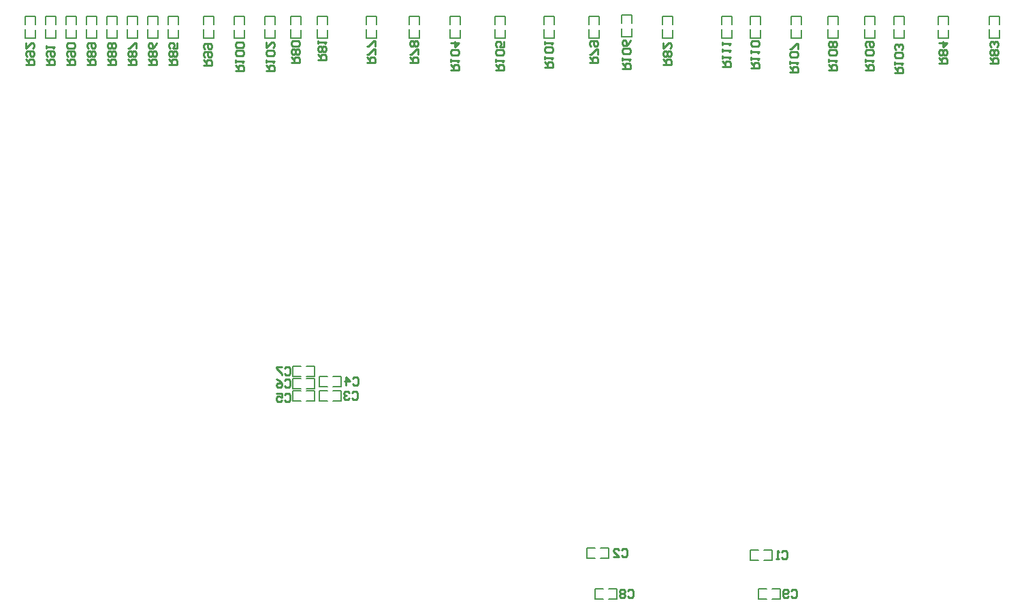
<source format=gbo>
G04*
G04 #@! TF.GenerationSoftware,Altium Limited,Altium Designer,22.3.1 (43)*
G04*
G04 Layer_Color=32896*
%FSLAX25Y25*%
%MOIN*%
G70*
G04*
G04 #@! TF.SameCoordinates,1903AC94-178F-402A-AE6A-EB822E6E4443*
G04*
G04*
G04 #@! TF.FilePolarity,Positive*
G04*
G01*
G75*
%ADD12C,0.01000*%
%ADD14C,0.00500*%
D12*
X414001Y318002D02*
X417999D01*
Y320001D01*
X417333Y320668D01*
X416000D01*
X415334Y320001D01*
Y318002D01*
Y319335D02*
X414001Y320668D01*
Y322001D02*
Y323334D01*
Y322667D01*
X417999D01*
X417333Y322001D01*
X414001Y325333D02*
Y326666D01*
Y325999D01*
X417999D01*
X417333Y325333D01*
X414001Y328665D02*
Y329998D01*
Y329332D01*
X417999D01*
X417333Y328665D01*
X428001Y317336D02*
X431999D01*
Y319335D01*
X431333Y320001D01*
X430000D01*
X429334Y319335D01*
Y317336D01*
Y318668D02*
X428001Y320001D01*
Y321334D02*
Y322667D01*
Y322001D01*
X431999D01*
X431333Y321334D01*
X428001Y324667D02*
Y325999D01*
Y325333D01*
X431999D01*
X431333Y324667D01*
Y327999D02*
X431999Y328665D01*
Y329998D01*
X431333Y330664D01*
X428667D01*
X428001Y329998D01*
Y328665D01*
X428667Y327999D01*
X431333D01*
X484001Y316502D02*
X487999D01*
Y318502D01*
X487333Y319168D01*
X486000D01*
X485333Y318502D01*
Y316502D01*
Y317835D02*
X484001Y319168D01*
Y320501D02*
Y321834D01*
Y321167D01*
X487999D01*
X487333Y320501D01*
Y323833D02*
X487999Y324500D01*
Y325833D01*
X487333Y326499D01*
X484667D01*
X484001Y325833D01*
Y324500D01*
X484667Y323833D01*
X487333D01*
X484667Y327832D02*
X484001Y328498D01*
Y329831D01*
X484667Y330498D01*
X487333D01*
X487999Y329831D01*
Y328498D01*
X487333Y327832D01*
X486666D01*
X486000Y328498D01*
Y330498D01*
X466001Y316502D02*
X469999D01*
Y318502D01*
X469333Y319168D01*
X468000D01*
X467334Y318502D01*
Y316502D01*
Y317835D02*
X466001Y319168D01*
Y320501D02*
Y321834D01*
Y321167D01*
X469999D01*
X469333Y320501D01*
Y323833D02*
X469999Y324500D01*
Y325833D01*
X469333Y326499D01*
X466667D01*
X466001Y325833D01*
Y324500D01*
X466667Y323833D01*
X469333D01*
Y327832D02*
X469999Y328498D01*
Y329831D01*
X469333Y330498D01*
X468666D01*
X468000Y329831D01*
X467334Y330498D01*
X466667D01*
X466001Y329831D01*
Y328498D01*
X466667Y327832D01*
X467334D01*
X468000Y328498D01*
X468666Y327832D01*
X469333D01*
X468000Y328498D02*
Y329831D01*
X447001Y315502D02*
X450999D01*
Y317502D01*
X450333Y318168D01*
X449000D01*
X448334Y317502D01*
Y315502D01*
Y316835D02*
X447001Y318168D01*
Y319501D02*
Y320834D01*
Y320167D01*
X450999D01*
X450333Y319501D01*
Y322833D02*
X450999Y323500D01*
Y324833D01*
X450333Y325499D01*
X447667D01*
X447001Y324833D01*
Y323500D01*
X447667Y322833D01*
X450333D01*
X450999Y326832D02*
Y329498D01*
X450333D01*
X447667Y326832D01*
X447001D01*
X365001Y317002D02*
X368999D01*
Y319002D01*
X368333Y319668D01*
X367000D01*
X366334Y319002D01*
Y317002D01*
Y318335D02*
X365001Y319668D01*
Y321001D02*
Y322334D01*
Y321667D01*
X368999D01*
X368333Y321001D01*
Y324333D02*
X368999Y325000D01*
Y326333D01*
X368333Y326999D01*
X365667D01*
X365001Y326333D01*
Y325000D01*
X365667Y324333D01*
X368333D01*
X368999Y330998D02*
X368333Y329665D01*
X367000Y328332D01*
X365667D01*
X365001Y328998D01*
Y330331D01*
X365667Y330998D01*
X366334D01*
X367000Y330331D01*
Y328332D01*
X303001Y316502D02*
X306999D01*
Y318502D01*
X306333Y319168D01*
X305000D01*
X304333Y318502D01*
Y316502D01*
Y317835D02*
X303001Y319168D01*
Y320501D02*
Y321834D01*
Y321167D01*
X306999D01*
X306333Y320501D01*
Y323833D02*
X306999Y324500D01*
Y325833D01*
X306333Y326499D01*
X303667D01*
X303001Y325833D01*
Y324500D01*
X303667Y323833D01*
X306333D01*
X306999Y330498D02*
Y327832D01*
X305000D01*
X305666Y329165D01*
Y329831D01*
X305000Y330498D01*
X303667D01*
X303001Y329831D01*
Y328498D01*
X303667Y327832D01*
X281001Y316502D02*
X284999D01*
Y318502D01*
X284333Y319168D01*
X283000D01*
X282333Y318502D01*
Y316502D01*
Y317835D02*
X281001Y319168D01*
Y320501D02*
Y321834D01*
Y321167D01*
X284999D01*
X284333Y320501D01*
Y323833D02*
X284999Y324500D01*
Y325833D01*
X284333Y326499D01*
X281667D01*
X281001Y325833D01*
Y324500D01*
X281667Y323833D01*
X284333D01*
X281001Y329831D02*
X284999D01*
X283000Y327832D01*
Y330498D01*
X498350Y314949D02*
X502348D01*
Y316948D01*
X501682Y317615D01*
X500349D01*
X499683Y316948D01*
Y314949D01*
Y316282D02*
X498350Y317615D01*
Y318948D02*
Y320281D01*
Y319614D01*
X502348D01*
X501682Y318948D01*
Y322280D02*
X502348Y322946D01*
Y324279D01*
X501682Y324946D01*
X499016D01*
X498350Y324279D01*
Y322946D01*
X499016Y322280D01*
X501682D01*
Y326278D02*
X502348Y326945D01*
Y328278D01*
X501682Y328944D01*
X501016D01*
X500349Y328278D01*
Y327611D01*
Y328278D01*
X499683Y328944D01*
X499016D01*
X498350Y328278D01*
Y326945D01*
X499016Y326278D01*
X190501Y316002D02*
X194499D01*
Y318002D01*
X193833Y318668D01*
X192500D01*
X191833Y318002D01*
Y316002D01*
Y317335D02*
X190501Y318668D01*
Y320001D02*
Y321334D01*
Y320667D01*
X194499D01*
X193833Y320001D01*
Y323333D02*
X194499Y324000D01*
Y325333D01*
X193833Y325999D01*
X191167D01*
X190501Y325333D01*
Y324000D01*
X191167Y323333D01*
X193833D01*
X190501Y329998D02*
Y327332D01*
X193166Y329998D01*
X193833D01*
X194499Y329331D01*
Y327998D01*
X193833Y327332D01*
X327001Y317669D02*
X330999D01*
Y319668D01*
X330333Y320335D01*
X329000D01*
X328334Y319668D01*
Y317669D01*
Y319002D02*
X327001Y320335D01*
Y321667D02*
Y323000D01*
Y322334D01*
X330999D01*
X330333Y321667D01*
Y325000D02*
X330999Y325666D01*
Y326999D01*
X330333Y327665D01*
X327667D01*
X327001Y326999D01*
Y325666D01*
X327667Y325000D01*
X330333D01*
X327001Y328998D02*
Y330331D01*
Y329665D01*
X330999D01*
X330333Y328998D01*
X175501Y316002D02*
X179499D01*
Y318002D01*
X178833Y318668D01*
X177500D01*
X176833Y318002D01*
Y316002D01*
Y317335D02*
X175501Y318668D01*
Y320001D02*
Y321334D01*
Y320667D01*
X179499D01*
X178833Y320001D01*
Y323333D02*
X179499Y324000D01*
Y325333D01*
X178833Y325999D01*
X176167D01*
X175501Y325333D01*
Y324000D01*
X176167Y323333D01*
X178833D01*
Y327332D02*
X179499Y327998D01*
Y329331D01*
X178833Y329998D01*
X176167D01*
X175501Y329331D01*
Y327998D01*
X176167Y327332D01*
X178833D01*
X160001Y318668D02*
X163999D01*
Y320668D01*
X163333Y321334D01*
X162000D01*
X161334Y320668D01*
Y318668D01*
Y320001D02*
X160001Y321334D01*
X160667Y322667D02*
X160001Y323334D01*
Y324666D01*
X160667Y325333D01*
X163333D01*
X163999Y324666D01*
Y323334D01*
X163333Y322667D01*
X162666D01*
X162000Y323334D01*
Y325333D01*
X160667Y326666D02*
X160001Y327332D01*
Y328665D01*
X160667Y329332D01*
X163333D01*
X163999Y328665D01*
Y327332D01*
X163333Y326666D01*
X162666D01*
X162000Y327332D01*
Y329332D01*
X73001Y319168D02*
X76999D01*
Y321168D01*
X76333Y321834D01*
X75000D01*
X74334Y321168D01*
Y319168D01*
Y320501D02*
X73001Y321834D01*
X73667Y323167D02*
X73001Y323833D01*
Y325166D01*
X73667Y325833D01*
X76333D01*
X76999Y325166D01*
Y323833D01*
X76333Y323167D01*
X75666D01*
X75000Y323833D01*
Y325833D01*
X73001Y329832D02*
Y327166D01*
X75666Y329832D01*
X76333D01*
X76999Y329165D01*
Y327832D01*
X76333Y327166D01*
X83001Y319168D02*
X86999D01*
Y321168D01*
X86333Y321834D01*
X85000D01*
X84333Y321168D01*
Y319168D01*
Y320501D02*
X83001Y321834D01*
X83667Y323167D02*
X83001Y323833D01*
Y325166D01*
X83667Y325833D01*
X86333D01*
X86999Y325166D01*
Y323833D01*
X86333Y323167D01*
X85666D01*
X85000Y323833D01*
Y325833D01*
X83001Y327166D02*
Y328499D01*
Y327832D01*
X86999D01*
X86333Y327166D01*
X93001Y319168D02*
X96999D01*
Y321168D01*
X96333Y321834D01*
X95000D01*
X94333Y321168D01*
Y319168D01*
Y320501D02*
X93001Y321834D01*
X93667Y323167D02*
X93001Y323833D01*
Y325166D01*
X93667Y325833D01*
X96333D01*
X96999Y325166D01*
Y323833D01*
X96333Y323167D01*
X95666D01*
X95000Y323833D01*
Y325833D01*
X96333Y327166D02*
X96999Y327832D01*
Y329165D01*
X96333Y329832D01*
X93667D01*
X93001Y329165D01*
Y327832D01*
X93667Y327166D01*
X96333D01*
X103001Y319168D02*
X106999D01*
Y321168D01*
X106333Y321834D01*
X105000D01*
X104333Y321168D01*
Y319168D01*
Y320501D02*
X103001Y321834D01*
X106333Y323167D02*
X106999Y323833D01*
Y325166D01*
X106333Y325833D01*
X105666D01*
X105000Y325166D01*
X104333Y325833D01*
X103667D01*
X103001Y325166D01*
Y323833D01*
X103667Y323167D01*
X104333D01*
X105000Y323833D01*
X105666Y323167D01*
X106333D01*
X105000Y323833D02*
Y325166D01*
X103667Y327166D02*
X103001Y327832D01*
Y329165D01*
X103667Y329832D01*
X106333D01*
X106999Y329165D01*
Y327832D01*
X106333Y327166D01*
X105666D01*
X105000Y327832D01*
Y329832D01*
X113001Y319168D02*
X116999D01*
Y321168D01*
X116333Y321834D01*
X115000D01*
X114333Y321168D01*
Y319168D01*
Y320501D02*
X113001Y321834D01*
X116333Y323167D02*
X116999Y323833D01*
Y325166D01*
X116333Y325833D01*
X115666D01*
X115000Y325166D01*
X114333Y325833D01*
X113667D01*
X113001Y325166D01*
Y323833D01*
X113667Y323167D01*
X114333D01*
X115000Y323833D01*
X115666Y323167D01*
X116333D01*
X115000Y323833D02*
Y325166D01*
X116333Y327166D02*
X116999Y327832D01*
Y329165D01*
X116333Y329832D01*
X115666D01*
X115000Y329165D01*
X114333Y329832D01*
X113667D01*
X113001Y329165D01*
Y327832D01*
X113667Y327166D01*
X114333D01*
X115000Y327832D01*
X115666Y327166D01*
X116333D01*
X115000Y327832D02*
Y329165D01*
X123001Y319168D02*
X126999D01*
Y321168D01*
X126333Y321834D01*
X125000D01*
X124334Y321168D01*
Y319168D01*
Y320501D02*
X123001Y321834D01*
X126333Y323167D02*
X126999Y323833D01*
Y325166D01*
X126333Y325833D01*
X125666D01*
X125000Y325166D01*
X124334Y325833D01*
X123667D01*
X123001Y325166D01*
Y323833D01*
X123667Y323167D01*
X124334D01*
X125000Y323833D01*
X125666Y323167D01*
X126333D01*
X125000Y323833D02*
Y325166D01*
X126999Y327166D02*
Y329832D01*
X126333D01*
X123667Y327166D01*
X123001D01*
X133001Y319168D02*
X136999D01*
Y321168D01*
X136333Y321834D01*
X135000D01*
X134334Y321168D01*
Y319168D01*
Y320501D02*
X133001Y321834D01*
X136333Y323167D02*
X136999Y323833D01*
Y325166D01*
X136333Y325833D01*
X135666D01*
X135000Y325166D01*
X134334Y325833D01*
X133667D01*
X133001Y325166D01*
Y323833D01*
X133667Y323167D01*
X134334D01*
X135000Y323833D01*
X135666Y323167D01*
X136333D01*
X135000Y323833D02*
Y325166D01*
X136999Y329832D02*
X136333Y328499D01*
X135000Y327166D01*
X133667D01*
X133001Y327832D01*
Y329165D01*
X133667Y329832D01*
X134334D01*
X135000Y329165D01*
Y327166D01*
X143001Y319168D02*
X146999D01*
Y321168D01*
X146333Y321834D01*
X145000D01*
X144334Y321168D01*
Y319168D01*
Y320501D02*
X143001Y321834D01*
X146333Y323167D02*
X146999Y323833D01*
Y325166D01*
X146333Y325833D01*
X145666D01*
X145000Y325166D01*
X144334Y325833D01*
X143667D01*
X143001Y325166D01*
Y323833D01*
X143667Y323167D01*
X144334D01*
X145000Y323833D01*
X145666Y323167D01*
X146333D01*
X145000Y323833D02*
Y325166D01*
X146999Y329832D02*
Y327166D01*
X145000D01*
X145666Y328499D01*
Y329165D01*
X145000Y329832D01*
X143667D01*
X143001Y329165D01*
Y327832D01*
X143667Y327166D01*
X520001Y319668D02*
X523999D01*
Y321668D01*
X523333Y322334D01*
X522000D01*
X521334Y321668D01*
Y319668D01*
Y321001D02*
X520001Y322334D01*
X523333Y323667D02*
X523999Y324334D01*
Y325666D01*
X523333Y326333D01*
X522666D01*
X522000Y325666D01*
X521334Y326333D01*
X520667D01*
X520001Y325666D01*
Y324334D01*
X520667Y323667D01*
X521334D01*
X522000Y324334D01*
X522666Y323667D01*
X523333D01*
X522000Y324334D02*
Y325666D01*
X520001Y329665D02*
X523999D01*
X522000Y327666D01*
Y330332D01*
X545001Y319668D02*
X548999D01*
Y321668D01*
X548333Y322334D01*
X547000D01*
X546334Y321668D01*
Y319668D01*
Y321001D02*
X545001Y322334D01*
X548333Y323667D02*
X548999Y324334D01*
Y325666D01*
X548333Y326333D01*
X547666D01*
X547000Y325666D01*
X546334Y326333D01*
X545667D01*
X545001Y325666D01*
Y324334D01*
X545667Y323667D01*
X546334D01*
X547000Y324334D01*
X547666Y323667D01*
X548333D01*
X547000Y324334D02*
Y325666D01*
X548333Y327666D02*
X548999Y328332D01*
Y329665D01*
X548333Y330332D01*
X547666D01*
X547000Y329665D01*
Y328999D01*
Y329665D01*
X546334Y330332D01*
X545667D01*
X545001Y329665D01*
Y328332D01*
X545667Y327666D01*
X385001Y319168D02*
X388999D01*
Y321168D01*
X388333Y321834D01*
X387000D01*
X386333Y321168D01*
Y319168D01*
Y320501D02*
X385001Y321834D01*
X388333Y323167D02*
X388999Y323833D01*
Y325166D01*
X388333Y325833D01*
X387666D01*
X387000Y325166D01*
X386333Y325833D01*
X385667D01*
X385001Y325166D01*
Y323833D01*
X385667Y323167D01*
X386333D01*
X387000Y323833D01*
X387666Y323167D01*
X388333D01*
X387000Y323833D02*
Y325166D01*
X385001Y329832D02*
Y327166D01*
X387666Y329832D01*
X388333D01*
X388999Y329165D01*
Y327832D01*
X388333Y327166D01*
X216001Y321335D02*
X219999D01*
Y323334D01*
X219333Y324001D01*
X218000D01*
X217334Y323334D01*
Y321335D01*
Y322668D02*
X216001Y324001D01*
X219333Y325334D02*
X219999Y326000D01*
Y327333D01*
X219333Y327999D01*
X218666D01*
X218000Y327333D01*
X217334Y327999D01*
X216667D01*
X216001Y327333D01*
Y326000D01*
X216667Y325334D01*
X217334D01*
X218000Y326000D01*
X218666Y325334D01*
X219333D01*
X218000Y326000D02*
Y327333D01*
X216001Y329332D02*
Y330665D01*
Y329999D01*
X219999D01*
X219333Y329332D01*
X203001Y320168D02*
X206999D01*
Y322168D01*
X206333Y322834D01*
X205000D01*
X204333Y322168D01*
Y320168D01*
Y321501D02*
X203001Y322834D01*
X206333Y324167D02*
X206999Y324833D01*
Y326166D01*
X206333Y326833D01*
X205666D01*
X205000Y326166D01*
X204333Y326833D01*
X203667D01*
X203001Y326166D01*
Y324833D01*
X203667Y324167D01*
X204333D01*
X205000Y324833D01*
X205666Y324167D01*
X206333D01*
X205000Y324833D02*
Y326166D01*
X206333Y328166D02*
X206999Y328832D01*
Y330165D01*
X206333Y330832D01*
X203667D01*
X203001Y330165D01*
Y328832D01*
X203667Y328166D01*
X206333D01*
X349001Y320168D02*
X352999D01*
Y322168D01*
X352333Y322834D01*
X351000D01*
X350334Y322168D01*
Y320168D01*
Y321501D02*
X349001Y322834D01*
X352999Y324167D02*
Y326833D01*
X352333D01*
X349667Y324167D01*
X349001D01*
X349667Y328166D02*
X349001Y328832D01*
Y330165D01*
X349667Y330832D01*
X352333D01*
X352999Y330165D01*
Y328832D01*
X352333Y328166D01*
X351666D01*
X351000Y328832D01*
Y330832D01*
X261001Y320168D02*
X264999D01*
Y322168D01*
X264333Y322834D01*
X263000D01*
X262333Y322168D01*
Y320168D01*
Y321501D02*
X261001Y322834D01*
X264999Y324167D02*
Y326833D01*
X264333D01*
X261667Y324167D01*
X261001D01*
X264333Y328166D02*
X264999Y328832D01*
Y330165D01*
X264333Y330832D01*
X263666D01*
X263000Y330165D01*
X262333Y330832D01*
X261667D01*
X261001Y330165D01*
Y328832D01*
X261667Y328166D01*
X262333D01*
X263000Y328832D01*
X263666Y328166D01*
X264333D01*
X263000Y328832D02*
Y330165D01*
X240001Y320168D02*
X243999D01*
Y322168D01*
X243333Y322834D01*
X242000D01*
X241334Y322168D01*
Y320168D01*
Y321501D02*
X240001Y322834D01*
X243999Y324167D02*
Y326833D01*
X243333D01*
X240667Y324167D01*
X240001D01*
X243999Y328166D02*
Y330832D01*
X243333D01*
X240667Y328166D01*
X240001D01*
X447666Y61333D02*
X448333Y61999D01*
X449666D01*
X450332Y61333D01*
Y58667D01*
X449666Y58001D01*
X448333D01*
X447666Y58667D01*
X446334D02*
X445667Y58001D01*
X444334D01*
X443668Y58667D01*
Y61333D01*
X444334Y61999D01*
X445667D01*
X446334Y61333D01*
Y60666D01*
X445667Y60000D01*
X443668D01*
X367666Y61333D02*
X368333Y61999D01*
X369666D01*
X370332Y61333D01*
Y58667D01*
X369666Y58001D01*
X368333D01*
X367666Y58667D01*
X366334Y61333D02*
X365667Y61999D01*
X364334D01*
X363668Y61333D01*
Y60666D01*
X364334Y60000D01*
X363668Y59334D01*
Y58667D01*
X364334Y58001D01*
X365667D01*
X366334Y58667D01*
Y59334D01*
X365667Y60000D01*
X366334Y60666D01*
Y61333D01*
X365667Y60000D02*
X364334D01*
X199667Y170333D02*
X200333Y170999D01*
X201666D01*
X202332Y170333D01*
Y167667D01*
X201666Y167001D01*
X200333D01*
X199667Y167667D01*
X198334Y170999D02*
X195668D01*
Y170333D01*
X198334Y167667D01*
Y167001D01*
X199667Y164333D02*
X200333Y164999D01*
X201666D01*
X202332Y164333D01*
Y161667D01*
X201666Y161001D01*
X200333D01*
X199667Y161667D01*
X195668Y164999D02*
X197001Y164333D01*
X198334Y163000D01*
Y161667D01*
X197667Y161001D01*
X196334D01*
X195668Y161667D01*
Y162334D01*
X196334Y163000D01*
X198334D01*
X199667Y157333D02*
X200333Y157999D01*
X201666D01*
X202332Y157333D01*
Y154667D01*
X201666Y154001D01*
X200333D01*
X199667Y154667D01*
X195668Y157999D02*
X198334D01*
Y156000D01*
X197001Y156667D01*
X196334D01*
X195668Y156000D01*
Y154667D01*
X196334Y154001D01*
X197667D01*
X198334Y154667D01*
X232816Y165333D02*
X233483Y165999D01*
X234815D01*
X235482Y165333D01*
Y162667D01*
X234815Y162001D01*
X233483D01*
X232816Y162667D01*
X229484Y162001D02*
Y165999D01*
X231483Y164000D01*
X228817D01*
X232666Y158333D02*
X233333Y158999D01*
X234666D01*
X235332Y158333D01*
Y155667D01*
X234666Y155001D01*
X233333D01*
X232666Y155667D01*
X231333Y158333D02*
X230667Y158999D01*
X229334D01*
X228668Y158333D01*
Y157667D01*
X229334Y157000D01*
X230001D01*
X229334D01*
X228668Y156333D01*
Y155667D01*
X229334Y155001D01*
X230667D01*
X231333Y155667D01*
X364666Y81333D02*
X365333Y81999D01*
X366666D01*
X367332Y81333D01*
Y78667D01*
X366666Y78001D01*
X365333D01*
X364666Y78667D01*
X360668Y78001D02*
X363334D01*
X360668Y80666D01*
Y81333D01*
X361334Y81999D01*
X362667D01*
X363334Y81333D01*
X443000Y80333D02*
X443666Y80999D01*
X444999D01*
X445666Y80333D01*
Y77667D01*
X444999Y77001D01*
X443666D01*
X443000Y77667D01*
X441667Y77001D02*
X440334D01*
X441001D01*
Y80999D01*
X441667Y80333D01*
D14*
X223300Y159500D02*
X227400D01*
Y154500D02*
Y159500D01*
X223200Y154500D02*
X227400D01*
X216600D02*
X220700D01*
X216600D02*
Y159500D01*
X220700D01*
X223300Y166500D02*
X227400D01*
Y161500D02*
Y166500D01*
X223200Y161500D02*
X227400D01*
X216600D02*
X220700D01*
X216600D02*
Y166500D01*
X220700D01*
X203600Y154500D02*
X207700D01*
X203600D02*
Y159500D01*
X207800D01*
X210300D02*
X214400D01*
Y154500D02*
Y159500D01*
X210300Y154500D02*
X214400D01*
X203600Y160500D02*
X207700D01*
X203600D02*
Y165500D01*
X207800D01*
X210300D02*
X214400D01*
Y160500D02*
Y165500D01*
X210300Y160500D02*
X214400D01*
X203600Y166500D02*
X207700D01*
X203600D02*
Y171500D01*
X207800D01*
X210300D02*
X214400D01*
Y166500D02*
Y171500D01*
X210300Y166500D02*
X214400D01*
X434300Y81500D02*
X438400D01*
Y76500D02*
Y81500D01*
X434200Y76500D02*
X438400D01*
X427600D02*
X431700D01*
X427600D02*
Y81500D01*
X431700D01*
X354300Y82500D02*
X358400D01*
Y77500D02*
Y82500D01*
X354200Y77500D02*
X358400D01*
X347600D02*
X351700D01*
X347600D02*
Y82500D01*
X351700D01*
X358300Y62500D02*
X362400D01*
Y57500D02*
Y62500D01*
X358200Y57500D02*
X362400D01*
X351600D02*
X355700D01*
X351600D02*
Y62500D01*
X355700D01*
X438300D02*
X442400D01*
Y57500D02*
Y62500D01*
X438200Y57500D02*
X442400D01*
X431600D02*
X435700D01*
X431600D02*
Y62500D01*
X435700D01*
X353500Y332100D02*
Y336200D01*
X348500Y332100D02*
X353500D01*
X348500D02*
Y336300D01*
Y338800D02*
Y342900D01*
X353500D01*
Y338800D02*
Y342900D01*
X549500Y332100D02*
Y336200D01*
X544500Y332100D02*
X549500D01*
X544500D02*
Y336300D01*
Y338800D02*
Y342900D01*
X549500D01*
Y338800D02*
Y342900D01*
X519500Y338800D02*
Y342900D01*
X524500D01*
Y338700D02*
Y342900D01*
Y332100D02*
Y336200D01*
X519500Y332100D02*
X524500D01*
X519500D02*
Y336200D01*
X389500Y332100D02*
Y336200D01*
X384500Y332100D02*
X389500D01*
X384500D02*
Y336300D01*
Y338800D02*
Y342900D01*
X389500D01*
Y338800D02*
Y342900D01*
X503000Y332100D02*
Y336200D01*
X498000Y332100D02*
X503000D01*
X498000D02*
Y336300D01*
Y338800D02*
Y342900D01*
X503000D01*
Y338800D02*
Y342900D01*
X331500Y332100D02*
Y336200D01*
X326500Y332100D02*
X331500D01*
X326500D02*
Y336300D01*
Y338800D02*
Y342900D01*
X331500D01*
Y338800D02*
Y342900D01*
X265500Y332100D02*
Y336200D01*
X260500Y332100D02*
X265500D01*
X260500D02*
Y336300D01*
Y338800D02*
Y342900D01*
X265500D01*
Y338800D02*
Y342900D01*
X244500Y332100D02*
Y336200D01*
X239500Y332100D02*
X244500D01*
X239500D02*
Y336300D01*
Y338800D02*
Y342900D01*
X244500D01*
Y338800D02*
Y342900D01*
X307500Y332100D02*
Y336200D01*
X302500Y332100D02*
X307500D01*
X302500D02*
Y336300D01*
Y338800D02*
Y342900D01*
X307500D01*
Y338800D02*
Y342900D01*
X285500Y332100D02*
Y336200D01*
X280500Y332100D02*
X285500D01*
X280500D02*
Y336300D01*
Y338800D02*
Y342900D01*
X285500D01*
Y338800D02*
Y342900D01*
X369500Y332600D02*
Y336700D01*
X364500Y332600D02*
X369500D01*
X364500D02*
Y336800D01*
Y339300D02*
Y343400D01*
X369500D01*
Y339300D02*
Y343400D01*
X488500Y332100D02*
Y336200D01*
X483500Y332100D02*
X488500D01*
X483500D02*
Y336300D01*
Y338800D02*
Y342900D01*
X488500D01*
Y338800D02*
Y342900D01*
X470500Y332100D02*
Y336200D01*
X465500Y332100D02*
X470500D01*
X465500D02*
Y336300D01*
Y338800D02*
Y342900D01*
X470500D01*
Y338800D02*
Y342900D01*
X452500Y332100D02*
Y336200D01*
X447500Y332100D02*
X452500D01*
X447500D02*
Y336300D01*
Y338800D02*
Y342900D01*
X452500D01*
Y338800D02*
Y342900D01*
X418500Y332100D02*
Y336200D01*
X413500Y332100D02*
X418500D01*
X413500D02*
Y336300D01*
Y338800D02*
Y342900D01*
X418500D01*
Y338800D02*
Y342900D01*
X432500Y332100D02*
Y336200D01*
X427500Y332100D02*
X432500D01*
X427500D02*
Y336300D01*
Y338800D02*
Y342900D01*
X432500D01*
Y338800D02*
Y342900D01*
X207500Y332100D02*
Y336200D01*
X202500Y332100D02*
X207500D01*
X202500D02*
Y336300D01*
Y338800D02*
Y342900D01*
X207500D01*
Y338800D02*
Y342900D01*
X220500Y332100D02*
Y336200D01*
X215500Y332100D02*
X220500D01*
X215500D02*
Y336300D01*
Y338800D02*
Y342900D01*
X220500D01*
Y338800D02*
Y342900D01*
X195000Y332100D02*
Y336200D01*
X190000Y332100D02*
X195000D01*
X190000D02*
Y336300D01*
Y338800D02*
Y342900D01*
X195000D01*
Y338800D02*
Y342900D01*
X175000Y338800D02*
Y342900D01*
X180000D01*
Y338700D02*
Y342900D01*
Y332100D02*
Y336200D01*
X175000Y332100D02*
X180000D01*
X175000D02*
Y336200D01*
X165000Y332100D02*
Y336200D01*
X160000Y332100D02*
X165000D01*
X160000D02*
Y336300D01*
Y338800D02*
Y342900D01*
X165000D01*
Y338800D02*
Y342900D01*
X127500Y332100D02*
Y336200D01*
X122500Y332100D02*
X127500D01*
X122500D02*
Y336300D01*
Y338800D02*
Y342900D01*
X127500D01*
Y338800D02*
Y342900D01*
X117500Y332100D02*
Y336200D01*
X112500Y332100D02*
X117500D01*
X112500D02*
Y336300D01*
Y338800D02*
Y342900D01*
X117500D01*
Y338800D02*
Y342900D01*
X107500Y332100D02*
Y336200D01*
X102500Y332100D02*
X107500D01*
X102500D02*
Y336300D01*
Y338800D02*
Y342900D01*
X107500D01*
Y338800D02*
Y342900D01*
X97500Y332100D02*
Y336200D01*
X92500Y332100D02*
X97500D01*
X92500D02*
Y336300D01*
Y338800D02*
Y342900D01*
X97500D01*
Y338800D02*
Y342900D01*
X147500Y332100D02*
Y336200D01*
X142500Y332100D02*
X147500D01*
X142500D02*
Y336300D01*
Y338800D02*
Y342900D01*
X147500D01*
Y338800D02*
Y342900D01*
X137500Y332100D02*
Y336200D01*
X132500Y332100D02*
X137500D01*
X132500D02*
Y336300D01*
Y338800D02*
Y342900D01*
X137500D01*
Y338800D02*
Y342900D01*
X87500Y332100D02*
Y336200D01*
X82500Y332100D02*
X87500D01*
X82500D02*
Y336300D01*
Y338800D02*
Y342900D01*
X87500D01*
Y338800D02*
Y342900D01*
X77500Y332100D02*
Y336200D01*
X72500Y332100D02*
X77500D01*
X72500D02*
Y336300D01*
Y338800D02*
Y342900D01*
X77500D01*
Y338800D02*
Y342900D01*
M02*

</source>
